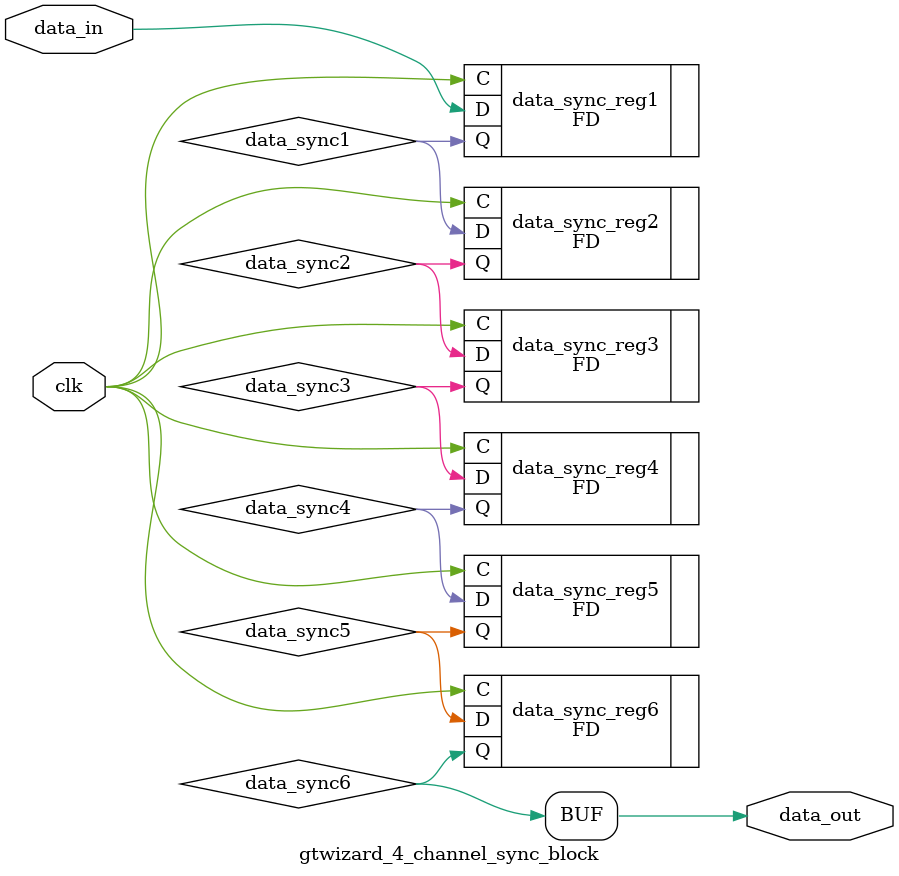
<source format=v>




`timescale 1ps / 1ps

//(* dont_touch = "yes" *)
module gtwizard_4_channel_sync_block #(
  parameter INITIALISE = 6'b000000
)
(
  input        clk,              // clock to be sync'ed to
  input        data_in,          // Data to be 'synced'
  output       data_out          // synced data
);

  // Internal Signals
  wire data_sync1;
  wire data_sync2;
  wire data_sync3;
  wire data_sync4;
  wire data_sync5;
  wire data_sync6;


  (* shreg_extract = "no", ASYNC_REG = "TRUE" *)
  FD #(
    .INIT (INITIALISE[0])
  ) data_sync_reg1 (
    .C  (clk),
    .D  (data_in),
    .Q  (data_sync1)
  );


  (* shreg_extract = "no", ASYNC_REG = "TRUE" *)
  FD #(
   .INIT (INITIALISE[1])
  ) data_sync_reg2 (
  .C  (clk),
  .D  (data_sync1),
  .Q  (data_sync2)
  );


  (* shreg_extract = "no", ASYNC_REG = "TRUE" *)
  FD #(
   .INIT (INITIALISE[2])
  ) data_sync_reg3 (
  .C  (clk),
  .D  (data_sync2),
  .Q  (data_sync3)
  );

  (* shreg_extract = "no", ASYNC_REG = "TRUE" *)
  FD #(
   .INIT (INITIALISE[3])
  ) data_sync_reg4 (
  .C  (clk),
  .D  (data_sync3),
  .Q  (data_sync4)
  );

  (* shreg_extract = "no", ASYNC_REG = "TRUE" *)
  FD #(
   .INIT (INITIALISE[4])
  ) data_sync_reg5 (
  .C  (clk),
  .D  (data_sync4),
  .Q  (data_sync5)
  );

  (* shreg_extract = "no", ASYNC_REG = "TRUE" *)
  FD #(
   .INIT (INITIALISE[5])
  ) data_sync_reg6 (
  .C  (clk),
  .D  (data_sync5),
  .Q  (data_sync6)
  );
  assign data_out = data_sync6;



endmodule

</source>
